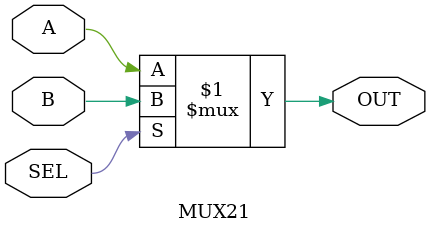
<source format=v>
`timescale 1ns / 1ps

module MUX21(SEL, A, B, OUT);
	input SEL;
	input A;
	input B;
	output OUT;
	
	assign OUT = SEL ? B : A;

endmodule

</source>
